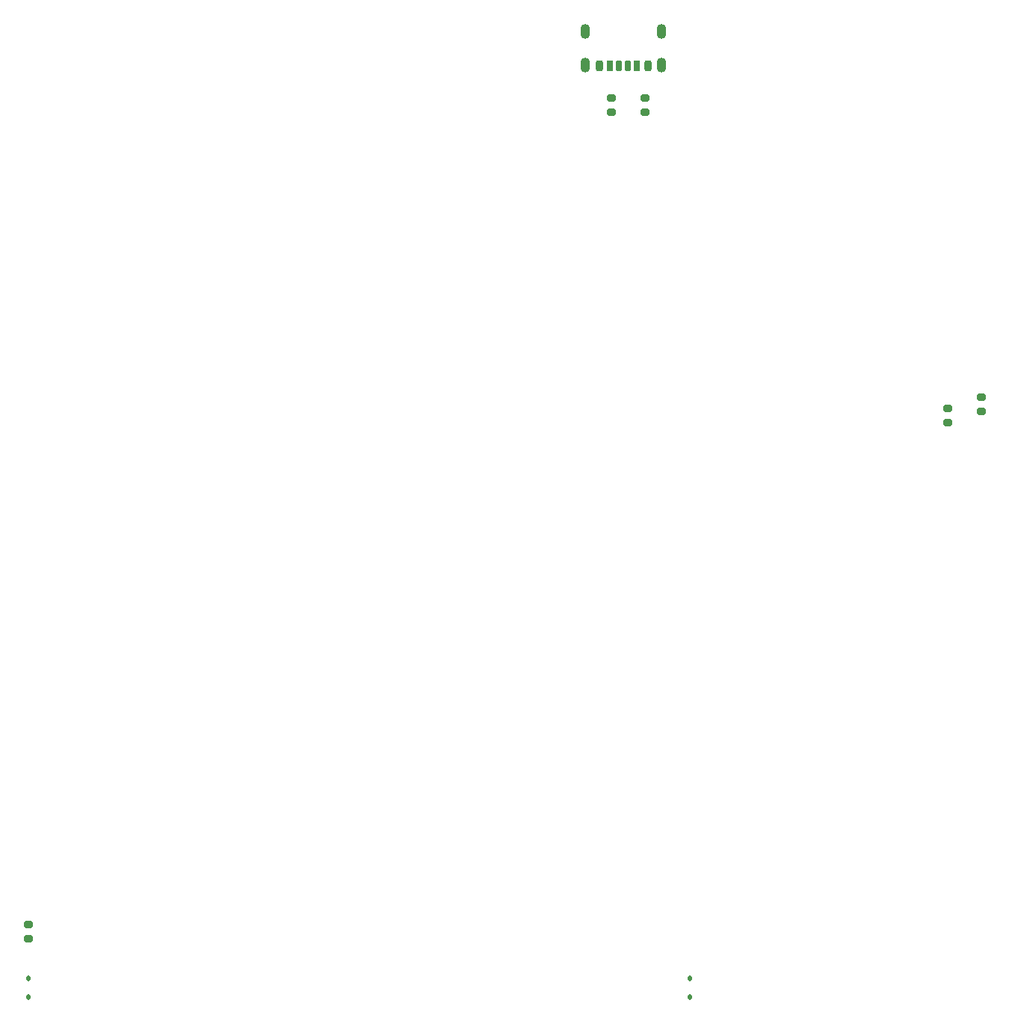
<source format=gbr>
%TF.GenerationSoftware,KiCad,Pcbnew,8.0.4*%
%TF.CreationDate,2025-07-31T13:43:54+02:00*%
%TF.ProjectId,integration_test_board,696e7465-6772-4617-9469-6f6e5f746573,rev?*%
%TF.SameCoordinates,PX1312d00PYaba9500*%
%TF.FileFunction,Paste,Top*%
%TF.FilePolarity,Positive*%
%FSLAX46Y46*%
G04 Gerber Fmt 4.6, Leading zero omitted, Abs format (unit mm)*
G04 Created by KiCad (PCBNEW 8.0.4) date 2025-07-31 13:43:54*
%MOMM*%
%LPD*%
G01*
G04 APERTURE LIST*
G04 Aperture macros list*
%AMRoundRect*
0 Rectangle with rounded corners*
0 $1 Rounding radius*
0 $2 $3 $4 $5 $6 $7 $8 $9 X,Y pos of 4 corners*
0 Add a 4 corners polygon primitive as box body*
4,1,4,$2,$3,$4,$5,$6,$7,$8,$9,$2,$3,0*
0 Add four circle primitives for the rounded corners*
1,1,$1+$1,$2,$3*
1,1,$1+$1,$4,$5*
1,1,$1+$1,$6,$7*
1,1,$1+$1,$8,$9*
0 Add four rect primitives between the rounded corners*
20,1,$1+$1,$2,$3,$4,$5,0*
20,1,$1+$1,$4,$5,$6,$7,0*
20,1,$1+$1,$6,$7,$8,$9,0*
20,1,$1+$1,$8,$9,$2,$3,0*%
G04 Aperture macros list end*
%ADD10RoundRect,0.200000X-0.275000X0.200000X-0.275000X-0.200000X0.275000X-0.200000X0.275000X0.200000X0*%
%ADD11O,1.100000X1.700000*%
%ADD12RoundRect,0.200000X0.200000X0.400000X-0.200000X0.400000X-0.200000X-0.400000X0.200000X-0.400000X0*%
%ADD13RoundRect,0.190000X0.190000X0.410000X-0.190000X0.410000X-0.190000X-0.410000X0.190000X-0.410000X0*%
%ADD14RoundRect,0.175000X-0.175000X-0.425000X0.175000X-0.425000X0.175000X0.425000X-0.175000X0.425000X0*%
%ADD15RoundRect,0.200000X-0.200000X-0.400000X0.200000X-0.400000X0.200000X0.400000X-0.200000X0.400000X0*%
%ADD16RoundRect,0.190000X-0.190000X-0.410000X0.190000X-0.410000X0.190000X0.410000X-0.190000X0.410000X0*%
%ADD17RoundRect,0.175000X0.175000X0.425000X-0.175000X0.425000X-0.175000X-0.425000X0.175000X-0.425000X0*%
%ADD18RoundRect,0.112500X0.112500X-0.187500X0.112500X0.187500X-0.112500X0.187500X-0.112500X-0.187500X0*%
G04 APERTURE END LIST*
D10*
%TO.C,R5*%
X12080000Y46275000D03*
X12080000Y44625000D03*
%TD*%
%TO.C,R4*%
X116220000Y104695000D03*
X116220000Y103045000D03*
%TD*%
%TO.C,R3*%
X120030000Y105965000D03*
X120030000Y104315000D03*
%TD*%
%TO.C,R2*%
X81930000Y138160000D03*
X81930000Y139810000D03*
%TD*%
%TO.C,R1*%
X78120000Y138160000D03*
X78120000Y139810000D03*
%TD*%
D11*
%TO.C,J11*%
X75197000Y147342000D03*
X75197000Y143542000D03*
X83837000Y147342000D03*
X83837000Y143542000D03*
D12*
X82267000Y143462000D03*
D13*
X81037000Y143462000D03*
D14*
X79017000Y143462000D03*
D15*
X76767000Y143462000D03*
D16*
X77997000Y143462000D03*
D17*
X80017000Y143462000D03*
%TD*%
D18*
%TO.C,D2*%
X12080000Y40150000D03*
X12080000Y38050000D03*
%TD*%
%TO.C,D1*%
X87010000Y40150000D03*
X87010000Y38050000D03*
%TD*%
M02*

</source>
